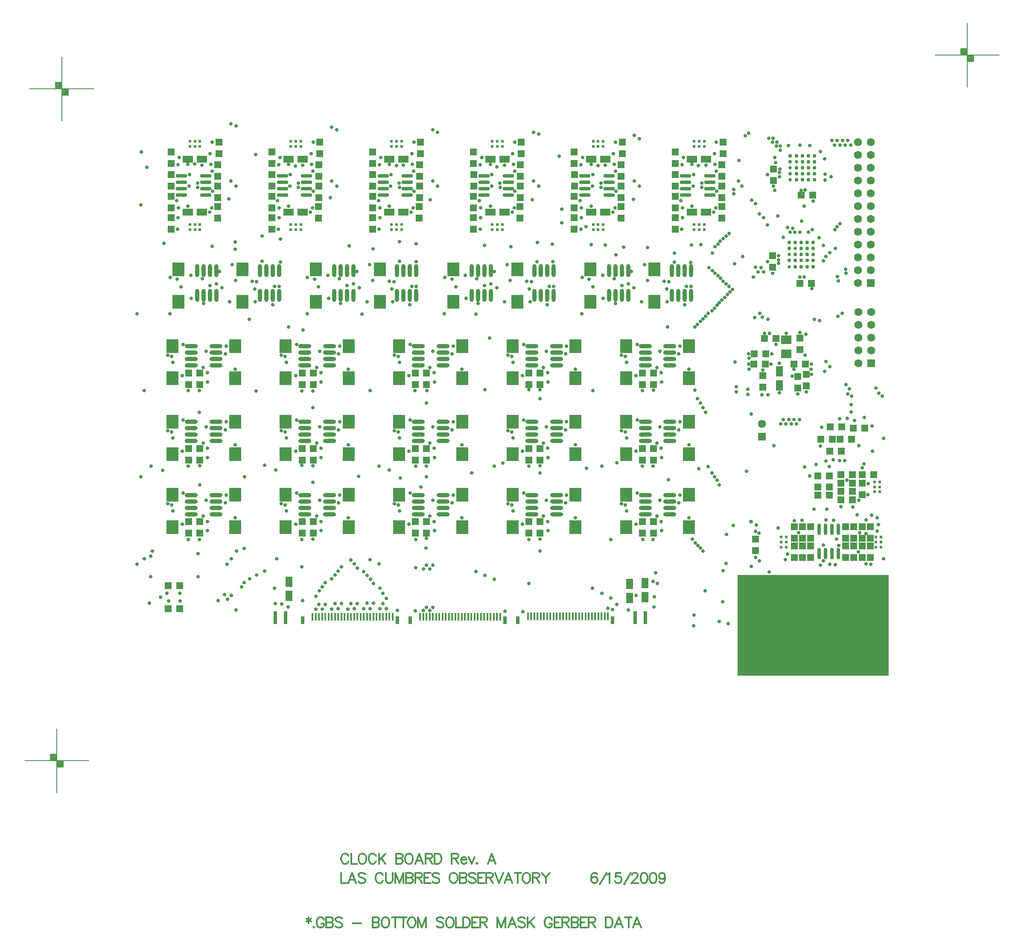
<source format=gbs>
%FSLAX23Y23*%
%MOIN*%
G70*
G01*
G75*
G04 Layer_Color=16711935*
%ADD10C,0.005*%
%ADD11C,0.040*%
%ADD12R,0.085X0.138*%
%ADD13R,0.085X0.043*%
%ADD14R,0.085X0.043*%
%ADD15R,0.060X0.086*%
%ADD16R,0.035X0.037*%
%ADD17R,0.035X0.037*%
%ADD18R,0.050X0.050*%
%ADD19O,0.098X0.028*%
%ADD20R,0.135X0.070*%
%ADD21R,0.228X0.228*%
%ADD22O,0.008X0.033*%
%ADD23O,0.033X0.008*%
%ADD24R,0.070X0.135*%
%ADD25R,0.138X0.085*%
%ADD26R,0.043X0.085*%
%ADD27R,0.043X0.085*%
%ADD28R,0.031X0.060*%
%ADD29R,0.014X0.060*%
%ADD30R,0.030X0.100*%
%ADD31R,0.050X0.050*%
%ADD32R,0.048X0.078*%
%ADD33R,0.100X0.100*%
%ADD34O,0.010X0.061*%
%ADD35O,0.061X0.010*%
%ADD36O,0.024X0.087*%
%ADD37R,0.045X0.017*%
%ADD38R,0.028X0.036*%
%ADD39R,0.036X0.036*%
%ADD40R,0.087X0.024*%
%ADD41C,0.020*%
%ADD42C,0.010*%
%ADD43C,0.012*%
%ADD44R,1.181X0.787*%
%ADD45C,0.008*%
%ADD46C,0.012*%
%ADD47C,0.012*%
%ADD48C,0.236*%
%ADD49C,0.050*%
%ADD50C,0.020*%
%ADD51C,0.026*%
%ADD52R,0.059X0.059*%
%ADD53C,0.059*%
%ADD54C,0.024*%
%ADD55C,0.040*%
%ADD56C,0.030*%
%ADD57C,0.033*%
%ADD58C,0.055*%
G04:AMPARAMS|DCode=59|XSize=70mil|YSize=70mil|CornerRadius=0mil|HoleSize=0mil|Usage=FLASHONLY|Rotation=0.000|XOffset=0mil|YOffset=0mil|HoleType=Round|Shape=Relief|Width=10mil|Gap=10mil|Entries=4|*
%AMTHD59*
7,0,0,0.070,0.050,0.010,45*
%
%ADD59THD59*%
%ADD60C,0.007*%
%ADD61C,0.045*%
G04:AMPARAMS|DCode=62|XSize=95.433mil|YSize=95.433mil|CornerRadius=0mil|HoleSize=0mil|Usage=FLASHONLY|Rotation=0.000|XOffset=0mil|YOffset=0mil|HoleType=Round|Shape=Relief|Width=10mil|Gap=10mil|Entries=4|*
%AMTHD62*
7,0,0,0.095,0.075,0.010,45*
%
%ADD62THD62*%
%ADD63R,0.094X0.102*%
%ADD64O,0.087X0.024*%
%ADD65R,0.078X0.048*%
%ADD66O,0.028X0.098*%
%ADD67R,0.075X0.063*%
%ADD68R,1.181X0.787*%
%ADD69C,0.010*%
%ADD70C,0.010*%
%ADD71C,0.024*%
%ADD72C,0.008*%
%ADD73C,0.006*%
%ADD74R,0.240X0.165*%
%ADD75R,0.020X0.082*%
%ADD76C,0.030*%
%ADD77R,1.181X0.787*%
%ADD78C,0.080*%
%ADD79C,0.120*%
%ADD80R,0.089X0.142*%
%ADD81R,0.089X0.047*%
%ADD82R,0.089X0.047*%
%ADD83R,0.064X0.090*%
%ADD84R,0.039X0.041*%
%ADD85R,0.039X0.041*%
%ADD86R,0.054X0.054*%
%ADD87O,0.102X0.032*%
%ADD88R,0.139X0.074*%
%ADD89R,0.232X0.232*%
%ADD90O,0.012X0.037*%
%ADD91O,0.037X0.012*%
%ADD92R,0.074X0.139*%
%ADD93R,0.142X0.089*%
%ADD94R,0.047X0.089*%
%ADD95R,0.047X0.089*%
%ADD96R,0.054X0.054*%
%ADD97R,0.052X0.082*%
%ADD98R,0.104X0.104*%
%ADD99O,0.014X0.065*%
%ADD100O,0.065X0.014*%
%ADD101O,0.028X0.091*%
%ADD102R,0.049X0.021*%
%ADD103R,0.032X0.040*%
%ADD104R,0.040X0.040*%
%ADD105R,0.091X0.028*%
%ADD106C,0.240*%
%ADD107C,0.054*%
%ADD108C,0.030*%
%ADD109R,0.063X0.063*%
%ADD110C,0.063*%
%ADD111C,0.028*%
%ADD112R,0.098X0.106*%
%ADD113O,0.091X0.028*%
%ADD114R,0.082X0.052*%
%ADD115O,0.032X0.102*%
%ADD116R,0.079X0.067*%
D28*
X11630Y10261D02*
D03*
X12370D02*
D03*
X12470D02*
D03*
X13210D02*
D03*
X13310D02*
D03*
X14050D02*
D03*
D29*
X11732Y10288D02*
D03*
X11757D02*
D03*
X11782D02*
D03*
X11807D02*
D03*
X11832D02*
D03*
X11857D02*
D03*
X11882D02*
D03*
X11907D02*
D03*
X11932D02*
D03*
X11957D02*
D03*
X11982D02*
D03*
X12007D02*
D03*
X12032D02*
D03*
X12057D02*
D03*
X12082D02*
D03*
X12107D02*
D03*
X12132D02*
D03*
X12157D02*
D03*
X12182D02*
D03*
X12207D02*
D03*
X12232D02*
D03*
X12257D02*
D03*
X12282D02*
D03*
X12307D02*
D03*
X12547D02*
D03*
X12572D02*
D03*
X12597D02*
D03*
X12622D02*
D03*
X12647D02*
D03*
X12672D02*
D03*
X12697D02*
D03*
X12722D02*
D03*
X12747D02*
D03*
X12772D02*
D03*
X12797D02*
D03*
X12822D02*
D03*
X12847D02*
D03*
X12872D02*
D03*
X12897D02*
D03*
X12922D02*
D03*
X12947D02*
D03*
X12972D02*
D03*
X12997D02*
D03*
X13022D02*
D03*
X13047D02*
D03*
X13072D02*
D03*
X13097D02*
D03*
X13122D02*
D03*
X13147D02*
D03*
X13172D02*
D03*
X13388Y10289D02*
D03*
X13413D02*
D03*
X13438D02*
D03*
X13463D02*
D03*
X13488D02*
D03*
X13513D02*
D03*
X13538D02*
D03*
X13563D02*
D03*
X13588D02*
D03*
X13613D02*
D03*
X13638D02*
D03*
X13663D02*
D03*
X13688D02*
D03*
X13713D02*
D03*
X13738D02*
D03*
X13763D02*
D03*
X13788D02*
D03*
X13813D02*
D03*
X13838D02*
D03*
X13863D02*
D03*
X13888D02*
D03*
X13913D02*
D03*
X13938D02*
D03*
X13963D02*
D03*
X13988D02*
D03*
X14013D02*
D03*
X11707Y10288D02*
D03*
X12332D02*
D03*
D30*
X11416Y10279D02*
D03*
X11495D02*
D03*
X14226Y10279D02*
D03*
X14305D02*
D03*
D43*
X11677Y7940D02*
Y7895D01*
X11658Y7929D02*
X11696Y7906D01*
Y7929D02*
X11658Y7906D01*
X11717Y7868D02*
X11713Y7864D01*
X11717Y7860D01*
X11720Y7864D01*
X11717Y7868D01*
X11795Y7921D02*
X11791Y7929D01*
X11784Y7937D01*
X11776Y7940D01*
X11761D01*
X11753Y7937D01*
X11745Y7929D01*
X11742Y7921D01*
X11738Y7910D01*
Y7891D01*
X11742Y7880D01*
X11745Y7872D01*
X11753Y7864D01*
X11761Y7860D01*
X11776D01*
X11784Y7864D01*
X11791Y7872D01*
X11795Y7880D01*
Y7891D01*
X11776D02*
X11795D01*
X11813Y7940D02*
Y7860D01*
Y7940D02*
X11848D01*
X11859Y7937D01*
X11863Y7933D01*
X11867Y7925D01*
Y7918D01*
X11863Y7910D01*
X11859Y7906D01*
X11848Y7902D01*
X11813D02*
X11848D01*
X11859Y7899D01*
X11863Y7895D01*
X11867Y7887D01*
Y7876D01*
X11863Y7868D01*
X11859Y7864D01*
X11848Y7860D01*
X11813D01*
X11938Y7929D02*
X11930Y7937D01*
X11919Y7940D01*
X11904D01*
X11892Y7937D01*
X11885Y7929D01*
Y7921D01*
X11888Y7914D01*
X11892Y7910D01*
X11900Y7906D01*
X11923Y7899D01*
X11930Y7895D01*
X11934Y7891D01*
X11938Y7883D01*
Y7872D01*
X11930Y7864D01*
X11919Y7860D01*
X11904D01*
X11892Y7864D01*
X11885Y7872D01*
X12019Y7895D02*
X12087D01*
X12174Y7940D02*
Y7860D01*
Y7940D02*
X12208D01*
X12219Y7937D01*
X12223Y7933D01*
X12227Y7925D01*
Y7918D01*
X12223Y7910D01*
X12219Y7906D01*
X12208Y7902D01*
X12174D02*
X12208D01*
X12219Y7899D01*
X12223Y7895D01*
X12227Y7887D01*
Y7876D01*
X12223Y7868D01*
X12219Y7864D01*
X12208Y7860D01*
X12174D01*
X12268Y7940D02*
X12260Y7937D01*
X12252Y7929D01*
X12249Y7921D01*
X12245Y7910D01*
Y7891D01*
X12249Y7880D01*
X12252Y7872D01*
X12260Y7864D01*
X12268Y7860D01*
X12283D01*
X12291Y7864D01*
X12298Y7872D01*
X12302Y7880D01*
X12306Y7891D01*
Y7910D01*
X12302Y7921D01*
X12298Y7929D01*
X12291Y7937D01*
X12283Y7940D01*
X12268D01*
X12351D02*
Y7860D01*
X12324Y7940D02*
X12378D01*
X12414D02*
Y7860D01*
X12387Y7940D02*
X12441D01*
X12473D02*
X12465Y7937D01*
X12458Y7929D01*
X12454Y7921D01*
X12450Y7910D01*
Y7891D01*
X12454Y7880D01*
X12458Y7872D01*
X12465Y7864D01*
X12473Y7860D01*
X12488D01*
X12496Y7864D01*
X12503Y7872D01*
X12507Y7880D01*
X12511Y7891D01*
Y7910D01*
X12507Y7921D01*
X12503Y7929D01*
X12496Y7937D01*
X12488Y7940D01*
X12473D01*
X12530D02*
Y7860D01*
Y7940D02*
X12560Y7860D01*
X12591Y7940D02*
X12560Y7860D01*
X12591Y7940D02*
Y7860D01*
X12730Y7929D02*
X12722Y7937D01*
X12711Y7940D01*
X12695D01*
X12684Y7937D01*
X12676Y7929D01*
Y7921D01*
X12680Y7914D01*
X12684Y7910D01*
X12692Y7906D01*
X12714Y7899D01*
X12722Y7895D01*
X12726Y7891D01*
X12730Y7883D01*
Y7872D01*
X12722Y7864D01*
X12711Y7860D01*
X12695D01*
X12684Y7864D01*
X12676Y7872D01*
X12770Y7940D02*
X12763Y7937D01*
X12755Y7929D01*
X12751Y7921D01*
X12748Y7910D01*
Y7891D01*
X12751Y7880D01*
X12755Y7872D01*
X12763Y7864D01*
X12770Y7860D01*
X12786D01*
X12793Y7864D01*
X12801Y7872D01*
X12805Y7880D01*
X12808Y7891D01*
Y7910D01*
X12805Y7921D01*
X12801Y7929D01*
X12793Y7937D01*
X12786Y7940D01*
X12770D01*
X12827D02*
Y7860D01*
X12873D01*
X12882Y7940D02*
Y7860D01*
Y7940D02*
X12908D01*
X12920Y7937D01*
X12927Y7929D01*
X12931Y7921D01*
X12935Y7910D01*
Y7891D01*
X12931Y7880D01*
X12927Y7872D01*
X12920Y7864D01*
X12908Y7860D01*
X12882D01*
X13002Y7940D02*
X12953D01*
Y7860D01*
X13002D01*
X12953Y7902D02*
X12983D01*
X13016Y7940D02*
Y7860D01*
Y7940D02*
X13050D01*
X13061Y7937D01*
X13065Y7933D01*
X13069Y7925D01*
Y7918D01*
X13065Y7910D01*
X13061Y7906D01*
X13050Y7902D01*
X13016D01*
X13042D02*
X13069Y7860D01*
X13150Y7940D02*
Y7860D01*
Y7940D02*
X13180Y7860D01*
X13211Y7940D02*
X13180Y7860D01*
X13211Y7940D02*
Y7860D01*
X13294D02*
X13264Y7940D01*
X13234Y7860D01*
X13245Y7887D02*
X13283D01*
X13366Y7929D02*
X13359Y7937D01*
X13347Y7940D01*
X13332D01*
X13321Y7937D01*
X13313Y7929D01*
Y7921D01*
X13317Y7914D01*
X13321Y7910D01*
X13328Y7906D01*
X13351Y7899D01*
X13359Y7895D01*
X13363Y7891D01*
X13366Y7883D01*
Y7872D01*
X13359Y7864D01*
X13347Y7860D01*
X13332D01*
X13321Y7864D01*
X13313Y7872D01*
X13384Y7940D02*
Y7860D01*
X13438Y7940D02*
X13384Y7887D01*
X13403Y7906D02*
X13438Y7860D01*
X13576Y7921D02*
X13572Y7929D01*
X13564Y7937D01*
X13557Y7940D01*
X13541D01*
X13534Y7937D01*
X13526Y7929D01*
X13522Y7921D01*
X13518Y7910D01*
Y7891D01*
X13522Y7880D01*
X13526Y7872D01*
X13534Y7864D01*
X13541Y7860D01*
X13557D01*
X13564Y7864D01*
X13572Y7872D01*
X13576Y7880D01*
Y7891D01*
X13557D02*
X13576D01*
X13643Y7940D02*
X13594D01*
Y7860D01*
X13643D01*
X13594Y7902D02*
X13624D01*
X13657Y7940D02*
Y7860D01*
Y7940D02*
X13691D01*
X13702Y7937D01*
X13706Y7933D01*
X13710Y7925D01*
Y7918D01*
X13706Y7910D01*
X13702Y7906D01*
X13691Y7902D01*
X13657D01*
X13683D02*
X13710Y7860D01*
X13728Y7940D02*
Y7860D01*
Y7940D02*
X13762D01*
X13774Y7937D01*
X13777Y7933D01*
X13781Y7925D01*
Y7918D01*
X13777Y7910D01*
X13774Y7906D01*
X13762Y7902D01*
X13728D02*
X13762D01*
X13774Y7899D01*
X13777Y7895D01*
X13781Y7887D01*
Y7876D01*
X13777Y7868D01*
X13774Y7864D01*
X13762Y7860D01*
X13728D01*
X13849Y7940D02*
X13799D01*
Y7860D01*
X13849D01*
X13799Y7902D02*
X13830D01*
X13862Y7940D02*
Y7860D01*
Y7940D02*
X13896D01*
X13908Y7937D01*
X13911Y7933D01*
X13915Y7925D01*
Y7918D01*
X13911Y7910D01*
X13908Y7906D01*
X13896Y7902D01*
X13862D01*
X13889D02*
X13915Y7860D01*
X13996Y7940D02*
Y7860D01*
Y7940D02*
X14023D01*
X14034Y7937D01*
X14042Y7929D01*
X14046Y7921D01*
X14049Y7910D01*
Y7891D01*
X14046Y7880D01*
X14042Y7872D01*
X14034Y7864D01*
X14023Y7860D01*
X13996D01*
X14128D02*
X14098Y7940D01*
X14067Y7860D01*
X14079Y7887D02*
X14117D01*
X14174Y7940D02*
Y7860D01*
X14147Y7940D02*
X14200D01*
X14271Y7860D02*
X14240Y7940D01*
X14210Y7860D01*
X14221Y7887D02*
X14259D01*
D45*
X9498Y14412D02*
X9998D01*
X9748Y14162D02*
Y14662D01*
X9698Y14412D02*
Y14462D01*
X9748D01*
X9798Y14362D02*
Y14412D01*
X9748Y14362D02*
X9798D01*
X9753Y14407D02*
X9793D01*
Y14367D02*
Y14407D01*
X9753Y14367D02*
X9793D01*
X9753D02*
Y14407D01*
X9758Y14402D02*
X9788D01*
Y14372D02*
Y14402D01*
X9758Y14372D02*
X9788D01*
X9758D02*
Y14397D01*
X9763D02*
X9783D01*
Y14377D02*
Y14397D01*
X9763Y14377D02*
X9783D01*
X9763D02*
Y14392D01*
X9768D02*
X9778D01*
Y14382D02*
Y14392D01*
X9768Y14382D02*
X9778D01*
X9768D02*
Y14392D01*
Y14387D02*
X9778D01*
X9703Y14457D02*
X9743D01*
Y14417D02*
Y14457D01*
X9703Y14417D02*
X9743D01*
X9703D02*
Y14457D01*
X9708Y14452D02*
X9738D01*
Y14422D02*
Y14452D01*
X9708Y14422D02*
X9738D01*
X9708D02*
Y14447D01*
X9713D02*
X9733D01*
Y14427D02*
Y14447D01*
X9713Y14427D02*
X9733D01*
X9713D02*
Y14442D01*
X9718D02*
X9728D01*
Y14432D02*
Y14442D01*
X9718Y14432D02*
X9728D01*
X9718D02*
Y14442D01*
Y14437D02*
X9728D01*
X9680Y9190D02*
X9690D01*
X9680Y9185D02*
Y9195D01*
Y9185D02*
X9690D01*
Y9195D01*
X9680D02*
X9690D01*
X9675Y9180D02*
Y9195D01*
Y9180D02*
X9695D01*
Y9200D01*
X9675D02*
X9695D01*
X9670Y9175D02*
Y9200D01*
Y9175D02*
X9700D01*
Y9205D01*
X9670D02*
X9700D01*
X9665Y9170D02*
Y9210D01*
Y9170D02*
X9705D01*
Y9210D01*
X9665D02*
X9705D01*
X9730Y9140D02*
X9740D01*
X9730Y9135D02*
Y9145D01*
Y9135D02*
X9740D01*
Y9145D01*
X9730D02*
X9740D01*
X9725Y9130D02*
Y9145D01*
Y9130D02*
X9745D01*
Y9150D01*
X9725D02*
X9745D01*
X9720Y9125D02*
Y9150D01*
Y9125D02*
X9750D01*
Y9155D01*
X9720D02*
X9750D01*
X9715Y9120D02*
Y9160D01*
Y9120D02*
X9755D01*
Y9160D01*
X9715D02*
X9755D01*
X9710Y9115D02*
X9760D01*
Y9165D01*
X9660Y9215D02*
X9710D01*
X9660Y9165D02*
Y9215D01*
X9710Y8915D02*
Y9415D01*
X9460Y9165D02*
X9960D01*
X16790Y14700D02*
X16800D01*
X16790Y14695D02*
Y14705D01*
Y14695D02*
X16800D01*
Y14705D01*
X16790D02*
X16800D01*
X16785Y14690D02*
Y14705D01*
Y14690D02*
X16805D01*
Y14710D01*
X16785D02*
X16805D01*
X16780Y14685D02*
Y14710D01*
Y14685D02*
X16810D01*
Y14715D01*
X16780D02*
X16810D01*
X16775Y14680D02*
Y14720D01*
Y14680D02*
X16815D01*
Y14720D01*
X16775D02*
X16815D01*
X16840Y14650D02*
X16850D01*
X16840Y14645D02*
Y14655D01*
Y14645D02*
X16850D01*
Y14655D01*
X16840D02*
X16850D01*
X16835Y14640D02*
Y14655D01*
Y14640D02*
X16855D01*
Y14660D01*
X16835D02*
X16855D01*
X16830Y14635D02*
Y14660D01*
Y14635D02*
X16860D01*
Y14665D01*
X16830D02*
X16860D01*
X16825Y14630D02*
Y14670D01*
Y14630D02*
X16865D01*
Y14670D01*
X16825D02*
X16865D01*
X16820Y14625D02*
X16870D01*
Y14675D01*
X16770Y14725D02*
X16820D01*
X16770Y14675D02*
Y14725D01*
X16820Y14425D02*
Y14925D01*
X16570Y14675D02*
X17070D01*
D46*
X11987Y8419D02*
X11984Y8427D01*
X11976Y8434D01*
X11968Y8438D01*
X11953D01*
X11946Y8434D01*
X11938Y8427D01*
X11934Y8419D01*
X11930Y8408D01*
Y8389D01*
X11934Y8377D01*
X11938Y8370D01*
X11946Y8362D01*
X11953Y8358D01*
X11968D01*
X11976Y8362D01*
X11984Y8370D01*
X11987Y8377D01*
X12010Y8438D02*
Y8358D01*
X12056D01*
X12087Y8438D02*
X12080Y8434D01*
X12072Y8427D01*
X12068Y8419D01*
X12064Y8408D01*
Y8389D01*
X12068Y8377D01*
X12072Y8370D01*
X12080Y8362D01*
X12087Y8358D01*
X12102D01*
X12110Y8362D01*
X12118Y8370D01*
X12121Y8377D01*
X12125Y8389D01*
Y8408D01*
X12121Y8419D01*
X12118Y8427D01*
X12110Y8434D01*
X12102Y8438D01*
X12087D01*
X12201Y8419D02*
X12197Y8427D01*
X12190Y8434D01*
X12182Y8438D01*
X12167D01*
X12159Y8434D01*
X12152Y8427D01*
X12148Y8419D01*
X12144Y8408D01*
Y8389D01*
X12148Y8377D01*
X12152Y8370D01*
X12159Y8362D01*
X12167Y8358D01*
X12182D01*
X12190Y8362D01*
X12197Y8370D01*
X12201Y8377D01*
X12224Y8438D02*
Y8358D01*
X12277Y8438D02*
X12224Y8385D01*
X12243Y8404D02*
X12277Y8358D01*
X12358Y8438D02*
Y8358D01*
Y8438D02*
X12392D01*
X12403Y8434D01*
X12407Y8430D01*
X12411Y8423D01*
Y8415D01*
X12407Y8408D01*
X12403Y8404D01*
X12392Y8400D01*
X12358D02*
X12392D01*
X12403Y8396D01*
X12407Y8392D01*
X12411Y8385D01*
Y8373D01*
X12407Y8366D01*
X12403Y8362D01*
X12392Y8358D01*
X12358D01*
X12452Y8438D02*
X12444Y8434D01*
X12436Y8427D01*
X12433Y8419D01*
X12429Y8408D01*
Y8389D01*
X12433Y8377D01*
X12436Y8370D01*
X12444Y8362D01*
X12452Y8358D01*
X12467D01*
X12475Y8362D01*
X12482Y8370D01*
X12486Y8377D01*
X12490Y8389D01*
Y8408D01*
X12486Y8419D01*
X12482Y8427D01*
X12475Y8434D01*
X12467Y8438D01*
X12452D01*
X12569Y8358D02*
X12539Y8438D01*
X12508Y8358D01*
X12520Y8385D02*
X12558D01*
X12588Y8438D02*
Y8358D01*
Y8438D02*
X12622D01*
X12634Y8434D01*
X12638Y8430D01*
X12641Y8423D01*
Y8415D01*
X12638Y8408D01*
X12634Y8404D01*
X12622Y8400D01*
X12588D01*
X12615D02*
X12641Y8358D01*
X12659Y8438D02*
Y8358D01*
Y8438D02*
X12686D01*
X12697Y8434D01*
X12705Y8427D01*
X12709Y8419D01*
X12713Y8408D01*
Y8389D01*
X12709Y8377D01*
X12705Y8370D01*
X12697Y8362D01*
X12686Y8358D01*
X12659D01*
X12793Y8438D02*
Y8358D01*
Y8438D02*
X12828D01*
X12839Y8434D01*
X12843Y8430D01*
X12847Y8423D01*
Y8415D01*
X12843Y8408D01*
X12839Y8404D01*
X12828Y8400D01*
X12793D01*
X12820D02*
X12847Y8358D01*
X12865Y8389D02*
X12910D01*
Y8396D01*
X12906Y8404D01*
X12903Y8408D01*
X12895Y8411D01*
X12884D01*
X12876Y8408D01*
X12868Y8400D01*
X12865Y8389D01*
Y8381D01*
X12868Y8370D01*
X12876Y8362D01*
X12884Y8358D01*
X12895D01*
X12903Y8362D01*
X12910Y8370D01*
X12927Y8411D02*
X12950Y8358D01*
X12973Y8411D02*
X12950Y8358D01*
X12990Y8366D02*
X12986Y8362D01*
X12990Y8358D01*
X12994Y8362D01*
X12990Y8366D01*
X13135Y8358D02*
X13105Y8438D01*
X13074Y8358D01*
X13085Y8385D02*
X13124D01*
D47*
X11930Y8288D02*
Y8208D01*
X11976D01*
X12046D02*
X12015Y8288D01*
X11985Y8208D01*
X11996Y8235D02*
X12034D01*
X12118Y8277D02*
X12110Y8284D01*
X12099Y8288D01*
X12083D01*
X12072Y8284D01*
X12064Y8277D01*
Y8269D01*
X12068Y8261D01*
X12072Y8258D01*
X12080Y8254D01*
X12102Y8246D01*
X12110Y8242D01*
X12114Y8239D01*
X12118Y8231D01*
Y8220D01*
X12110Y8212D01*
X12099Y8208D01*
X12083D01*
X12072Y8212D01*
X12064Y8220D01*
X12256Y8269D02*
X12252Y8277D01*
X12244Y8284D01*
X12237Y8288D01*
X12221D01*
X12214Y8284D01*
X12206Y8277D01*
X12202Y8269D01*
X12198Y8258D01*
Y8239D01*
X12202Y8227D01*
X12206Y8220D01*
X12214Y8212D01*
X12221Y8208D01*
X12237D01*
X12244Y8212D01*
X12252Y8220D01*
X12256Y8227D01*
X12278Y8288D02*
Y8231D01*
X12282Y8220D01*
X12289Y8212D01*
X12301Y8208D01*
X12309D01*
X12320Y8212D01*
X12328Y8220D01*
X12331Y8231D01*
Y8288D01*
X12353D02*
Y8208D01*
Y8288D02*
X12384Y8208D01*
X12414Y8288D02*
X12384Y8208D01*
X12414Y8288D02*
Y8208D01*
X12437Y8288D02*
Y8208D01*
Y8288D02*
X12472D01*
X12483Y8284D01*
X12487Y8280D01*
X12491Y8273D01*
Y8265D01*
X12487Y8258D01*
X12483Y8254D01*
X12472Y8250D01*
X12437D02*
X12472D01*
X12483Y8246D01*
X12487Y8242D01*
X12491Y8235D01*
Y8223D01*
X12487Y8216D01*
X12483Y8212D01*
X12472Y8208D01*
X12437D01*
X12508Y8288D02*
Y8208D01*
Y8288D02*
X12543D01*
X12554Y8284D01*
X12558Y8280D01*
X12562Y8273D01*
Y8265D01*
X12558Y8258D01*
X12554Y8254D01*
X12543Y8250D01*
X12508D01*
X12535D02*
X12562Y8208D01*
X12629Y8288D02*
X12580D01*
Y8208D01*
X12629D01*
X12580Y8250D02*
X12610D01*
X12696Y8277D02*
X12688Y8284D01*
X12677Y8288D01*
X12662D01*
X12650Y8284D01*
X12643Y8277D01*
Y8269D01*
X12646Y8261D01*
X12650Y8258D01*
X12658Y8254D01*
X12681Y8246D01*
X12688Y8242D01*
X12692Y8239D01*
X12696Y8231D01*
Y8220D01*
X12688Y8212D01*
X12677Y8208D01*
X12662D01*
X12650Y8212D01*
X12643Y8220D01*
X12799Y8288D02*
X12792Y8284D01*
X12784Y8277D01*
X12780Y8269D01*
X12777Y8258D01*
Y8239D01*
X12780Y8227D01*
X12784Y8220D01*
X12792Y8212D01*
X12799Y8208D01*
X12815D01*
X12822Y8212D01*
X12830Y8220D01*
X12834Y8227D01*
X12838Y8239D01*
Y8258D01*
X12834Y8269D01*
X12830Y8277D01*
X12822Y8284D01*
X12815Y8288D01*
X12799D01*
X12856D02*
Y8208D01*
Y8288D02*
X12890D01*
X12902Y8284D01*
X12906Y8280D01*
X12910Y8273D01*
Y8265D01*
X12906Y8258D01*
X12902Y8254D01*
X12890Y8250D01*
X12856D02*
X12890D01*
X12902Y8246D01*
X12906Y8242D01*
X12910Y8235D01*
Y8223D01*
X12906Y8216D01*
X12902Y8212D01*
X12890Y8208D01*
X12856D01*
X12981Y8277D02*
X12973Y8284D01*
X12962Y8288D01*
X12946D01*
X12935Y8284D01*
X12927Y8277D01*
Y8269D01*
X12931Y8261D01*
X12935Y8258D01*
X12943Y8254D01*
X12966Y8246D01*
X12973Y8242D01*
X12977Y8239D01*
X12981Y8231D01*
Y8220D01*
X12973Y8212D01*
X12962Y8208D01*
X12946D01*
X12935Y8212D01*
X12927Y8220D01*
X13048Y8288D02*
X12999D01*
Y8208D01*
X13048D01*
X12999Y8250D02*
X13029D01*
X13061Y8288D02*
Y8208D01*
Y8288D02*
X13096D01*
X13107Y8284D01*
X13111Y8280D01*
X13115Y8273D01*
Y8265D01*
X13111Y8258D01*
X13107Y8254D01*
X13096Y8250D01*
X13061D01*
X13088D02*
X13115Y8208D01*
X13133Y8288D02*
X13163Y8208D01*
X13194Y8288D02*
X13163Y8208D01*
X13265D02*
X13234Y8288D01*
X13204Y8208D01*
X13215Y8235D02*
X13253D01*
X13310Y8288D02*
Y8208D01*
X13284Y8288D02*
X13337D01*
X13369D02*
X13362Y8284D01*
X13354Y8277D01*
X13350Y8269D01*
X13346Y8258D01*
Y8239D01*
X13350Y8227D01*
X13354Y8220D01*
X13362Y8212D01*
X13369Y8208D01*
X13384D01*
X13392Y8212D01*
X13400Y8220D01*
X13404Y8227D01*
X13407Y8239D01*
Y8258D01*
X13404Y8269D01*
X13400Y8277D01*
X13392Y8284D01*
X13384Y8288D01*
X13369D01*
X13426D02*
Y8208D01*
Y8288D02*
X13460D01*
X13472Y8284D01*
X13475Y8280D01*
X13479Y8273D01*
Y8265D01*
X13475Y8258D01*
X13472Y8254D01*
X13460Y8250D01*
X13426D01*
X13453D02*
X13479Y8208D01*
X13497Y8288D02*
X13528Y8250D01*
Y8208D01*
X13558Y8288D02*
X13528Y8250D01*
X13928Y8277D02*
X13925Y8284D01*
X13913Y8288D01*
X13905D01*
X13894Y8284D01*
X13886Y8273D01*
X13883Y8254D01*
Y8235D01*
X13886Y8220D01*
X13894Y8212D01*
X13905Y8208D01*
X13909D01*
X13921Y8212D01*
X13928Y8220D01*
X13932Y8231D01*
Y8235D01*
X13928Y8246D01*
X13921Y8254D01*
X13909Y8258D01*
X13905D01*
X13894Y8254D01*
X13886Y8246D01*
X13883Y8235D01*
X13950Y8197D02*
X14003Y8288D01*
X14008Y8273D02*
X14016Y8277D01*
X14027Y8288D01*
Y8208D01*
X14113Y8288D02*
X14075D01*
X14071Y8254D01*
X14075Y8258D01*
X14086Y8261D01*
X14097D01*
X14109Y8258D01*
X14116Y8250D01*
X14120Y8239D01*
Y8231D01*
X14116Y8220D01*
X14109Y8212D01*
X14097Y8208D01*
X14086D01*
X14075Y8212D01*
X14071Y8216D01*
X14067Y8223D01*
X14138Y8197D02*
X14192Y8288D01*
X14201Y8269D02*
Y8273D01*
X14204Y8280D01*
X14208Y8284D01*
X14216Y8288D01*
X14231D01*
X14239Y8284D01*
X14243Y8280D01*
X14246Y8273D01*
Y8265D01*
X14243Y8258D01*
X14235Y8246D01*
X14197Y8208D01*
X14250D01*
X14291Y8288D02*
X14280Y8284D01*
X14272Y8273D01*
X14268Y8254D01*
Y8242D01*
X14272Y8223D01*
X14280Y8212D01*
X14291Y8208D01*
X14299D01*
X14310Y8212D01*
X14318Y8223D01*
X14321Y8242D01*
Y8254D01*
X14318Y8273D01*
X14310Y8284D01*
X14299Y8288D01*
X14291D01*
X14362D02*
X14351Y8284D01*
X14343Y8273D01*
X14339Y8254D01*
Y8242D01*
X14343Y8223D01*
X14351Y8212D01*
X14362Y8208D01*
X14370D01*
X14381Y8212D01*
X14389Y8223D01*
X14393Y8242D01*
Y8254D01*
X14389Y8273D01*
X14381Y8284D01*
X14370Y8288D01*
X14362D01*
X14460Y8261D02*
X14456Y8250D01*
X14449Y8242D01*
X14437Y8239D01*
X14433D01*
X14422Y8242D01*
X14414Y8250D01*
X14411Y8261D01*
Y8265D01*
X14414Y8277D01*
X14422Y8284D01*
X14433Y8288D01*
X14437D01*
X14449Y8284D01*
X14456Y8277D01*
X14460Y8261D01*
Y8242D01*
X14456Y8223D01*
X14449Y8212D01*
X14437Y8208D01*
X14430D01*
X14418Y8212D01*
X14414Y8220D01*
D51*
X15437Y13699D02*
D03*
Y13793D02*
D03*
X15485Y13840D02*
D03*
X15428Y13022D02*
D03*
Y13116D02*
D03*
X15476Y13164D02*
D03*
D54*
X15366Y10830D02*
D03*
Y10869D02*
D03*
Y10909D02*
D03*
X15405D02*
D03*
Y10869D02*
D03*
Y10830D02*
D03*
X14685Y13999D02*
D03*
X14725D02*
D03*
X14764D02*
D03*
Y13960D02*
D03*
X14725D02*
D03*
X14685D02*
D03*
X16096Y11342D02*
D03*
Y11302D02*
D03*
Y11263D02*
D03*
X16136D02*
D03*
Y11302D02*
D03*
Y11342D02*
D03*
X16107Y10909D02*
D03*
Y10869D02*
D03*
Y10830D02*
D03*
X16146D02*
D03*
Y10869D02*
D03*
Y10909D02*
D03*
X10827Y13349D02*
D03*
X10788D02*
D03*
X10748D02*
D03*
Y13310D02*
D03*
X10788D02*
D03*
X10827D02*
D03*
X10748Y13960D02*
D03*
X10788D02*
D03*
X10827D02*
D03*
Y13999D02*
D03*
X10788D02*
D03*
X10748D02*
D03*
X11614Y13349D02*
D03*
X11575D02*
D03*
X11536D02*
D03*
Y13310D02*
D03*
X11575D02*
D03*
X11614D02*
D03*
X11536Y13960D02*
D03*
X11575D02*
D03*
X11614D02*
D03*
Y13999D02*
D03*
X11575D02*
D03*
X11536D02*
D03*
X12402Y13349D02*
D03*
X12362D02*
D03*
X12323D02*
D03*
Y13310D02*
D03*
X12362D02*
D03*
X12402D02*
D03*
X12323Y13960D02*
D03*
X12362D02*
D03*
X12402D02*
D03*
Y13999D02*
D03*
X12362D02*
D03*
X12323D02*
D03*
X13189Y13349D02*
D03*
X13150D02*
D03*
X13110D02*
D03*
Y13310D02*
D03*
X13150D02*
D03*
X13189D02*
D03*
X13110Y13960D02*
D03*
X13150D02*
D03*
X13189D02*
D03*
Y13999D02*
D03*
X13150D02*
D03*
X13110D02*
D03*
X13977Y13349D02*
D03*
X13937D02*
D03*
X13898D02*
D03*
Y13310D02*
D03*
X13937D02*
D03*
X13977D02*
D03*
X13898Y13960D02*
D03*
X13937D02*
D03*
X13977D02*
D03*
Y13999D02*
D03*
X13937D02*
D03*
X13898D02*
D03*
X14764Y13349D02*
D03*
X14725D02*
D03*
X14685D02*
D03*
Y13310D02*
D03*
X14725D02*
D03*
X14764D02*
D03*
D77*
X15616Y10220D02*
D03*
D86*
X15533Y10749D02*
D03*
Y10839D02*
D03*
X15597Y10989D02*
D03*
Y10899D02*
D03*
X15597Y10749D02*
D03*
Y10839D02*
D03*
X15533Y10989D02*
D03*
Y10899D02*
D03*
X15468Y10839D02*
D03*
Y10749D02*
D03*
X15998Y10839D02*
D03*
Y10749D02*
D03*
X10825Y11511D02*
D03*
Y11601D02*
D03*
X10739D02*
D03*
Y11511D02*
D03*
X11711Y10941D02*
D03*
Y11031D02*
D03*
X11624D02*
D03*
Y10941D02*
D03*
X10825D02*
D03*
Y11031D02*
D03*
X10739D02*
D03*
Y10941D02*
D03*
X14369Y11511D02*
D03*
Y11601D02*
D03*
X14282D02*
D03*
Y11511D02*
D03*
X13483D02*
D03*
Y11601D02*
D03*
X13396D02*
D03*
Y11511D02*
D03*
X14369Y10941D02*
D03*
Y11031D02*
D03*
X14282D02*
D03*
Y10941D02*
D03*
X13396Y12192D02*
D03*
Y12102D02*
D03*
X13483D02*
D03*
Y12192D02*
D03*
X12510D02*
D03*
Y12102D02*
D03*
X12597D02*
D03*
Y12192D02*
D03*
X10739D02*
D03*
Y12102D02*
D03*
X10825D02*
D03*
Y12192D02*
D03*
X13750Y13572D02*
D03*
Y13482D02*
D03*
X14116Y13728D02*
D03*
Y13818D02*
D03*
X14114Y13399D02*
D03*
Y13489D02*
D03*
X13750Y13826D02*
D03*
Y13916D02*
D03*
X14116Y13560D02*
D03*
Y13650D02*
D03*
X13750Y13404D02*
D03*
Y13314D02*
D03*
X13752Y13739D02*
D03*
Y13649D02*
D03*
X14124Y13995D02*
D03*
Y13905D02*
D03*
X12963Y13572D02*
D03*
Y13482D02*
D03*
X13328Y13728D02*
D03*
Y13818D02*
D03*
X13327Y13399D02*
D03*
Y13489D02*
D03*
X12963Y13826D02*
D03*
Y13916D02*
D03*
X13328Y13560D02*
D03*
Y13650D02*
D03*
X12963Y13404D02*
D03*
Y13314D02*
D03*
X12964Y13739D02*
D03*
Y13649D02*
D03*
X13337Y13995D02*
D03*
Y13905D02*
D03*
X12175Y13572D02*
D03*
Y13482D02*
D03*
X12541Y13728D02*
D03*
Y13818D02*
D03*
X12540Y13399D02*
D03*
Y13489D02*
D03*
X12175Y13826D02*
D03*
Y13916D02*
D03*
X12541Y13560D02*
D03*
Y13650D02*
D03*
X12175Y13404D02*
D03*
Y13314D02*
D03*
X12177Y13739D02*
D03*
Y13649D02*
D03*
X12549Y13995D02*
D03*
Y13905D02*
D03*
X11388Y13572D02*
D03*
Y13482D02*
D03*
X11754Y13728D02*
D03*
Y13818D02*
D03*
X11752Y13399D02*
D03*
Y13489D02*
D03*
X11388Y13826D02*
D03*
Y13916D02*
D03*
X11754Y13560D02*
D03*
Y13650D02*
D03*
X11388Y13404D02*
D03*
Y13314D02*
D03*
X11389Y13739D02*
D03*
Y13649D02*
D03*
X11762Y13995D02*
D03*
Y13905D02*
D03*
X10601Y13572D02*
D03*
Y13482D02*
D03*
X10966Y13728D02*
D03*
Y13818D02*
D03*
X10965Y13399D02*
D03*
Y13489D02*
D03*
X10601Y13826D02*
D03*
Y13916D02*
D03*
X10966Y13560D02*
D03*
Y13650D02*
D03*
X10601Y13404D02*
D03*
Y13314D02*
D03*
X10602Y13739D02*
D03*
Y13649D02*
D03*
X10975Y13995D02*
D03*
Y13905D02*
D03*
X14912D02*
D03*
Y13995D02*
D03*
X14538Y13404D02*
D03*
Y13314D02*
D03*
X14903Y13560D02*
D03*
Y13650D02*
D03*
X14902Y13399D02*
D03*
Y13489D02*
D03*
X14538Y13916D02*
D03*
Y13826D02*
D03*
X14539Y13739D02*
D03*
Y13649D02*
D03*
X14538Y13482D02*
D03*
Y13572D02*
D03*
X14903Y13818D02*
D03*
Y13728D02*
D03*
X12597Y11031D02*
D03*
Y10941D02*
D03*
X12510D02*
D03*
Y11031D02*
D03*
X13483D02*
D03*
Y10941D02*
D03*
X13396D02*
D03*
Y11031D02*
D03*
X11711Y11601D02*
D03*
Y11511D02*
D03*
X11624D02*
D03*
Y11601D02*
D03*
X12597Y11601D02*
D03*
Y11511D02*
D03*
X12510D02*
D03*
Y11601D02*
D03*
X14282Y12102D02*
D03*
Y12192D02*
D03*
X14369D02*
D03*
Y12102D02*
D03*
X11624D02*
D03*
Y12192D02*
D03*
X11711D02*
D03*
Y12102D02*
D03*
X15868Y10899D02*
D03*
Y10989D02*
D03*
X15933D02*
D03*
Y10899D02*
D03*
X15998Y10899D02*
D03*
Y10989D02*
D03*
X16063Y10989D02*
D03*
Y10899D02*
D03*
X15868Y10749D02*
D03*
Y10839D02*
D03*
X16063Y10839D02*
D03*
Y10749D02*
D03*
X15933Y10839D02*
D03*
Y10749D02*
D03*
X15468Y10899D02*
D03*
Y10989D02*
D03*
X15165Y10805D02*
D03*
Y10895D02*
D03*
X15221Y12170D02*
D03*
Y12080D02*
D03*
X15496Y12165D02*
D03*
Y12075D02*
D03*
X15561Y12090D02*
D03*
Y12180D02*
D03*
X15511Y12375D02*
D03*
Y12465D02*
D03*
X15998Y11332D02*
D03*
Y11242D02*
D03*
X15298Y13107D02*
D03*
Y13017D02*
D03*
X15307Y13784D02*
D03*
Y13694D02*
D03*
D87*
X10760Y11659D02*
D03*
Y11709D02*
D03*
Y11759D02*
D03*
Y11809D02*
D03*
X10953Y11659D02*
D03*
Y11709D02*
D03*
Y11759D02*
D03*
Y11809D02*
D03*
X11646Y11088D02*
D03*
Y11138D02*
D03*
Y11188D02*
D03*
Y11238D02*
D03*
X11839Y11088D02*
D03*
Y11138D02*
D03*
Y11188D02*
D03*
Y11238D02*
D03*
X10760Y11088D02*
D03*
Y11138D02*
D03*
Y11188D02*
D03*
Y11238D02*
D03*
X10953Y11088D02*
D03*
Y11138D02*
D03*
Y11188D02*
D03*
Y11238D02*
D03*
X14304Y11659D02*
D03*
Y11709D02*
D03*
Y11759D02*
D03*
Y11809D02*
D03*
X14496Y11659D02*
D03*
Y11709D02*
D03*
Y11759D02*
D03*
Y11809D02*
D03*
X13418Y11659D02*
D03*
Y11709D02*
D03*
Y11759D02*
D03*
Y11809D02*
D03*
X13611Y11659D02*
D03*
Y11709D02*
D03*
Y11759D02*
D03*
Y11809D02*
D03*
X14304Y11088D02*
D03*
Y11138D02*
D03*
Y11188D02*
D03*
Y11238D02*
D03*
X14496Y11088D02*
D03*
Y11138D02*
D03*
Y11188D02*
D03*
Y11238D02*
D03*
X13418Y12249D02*
D03*
Y12299D02*
D03*
Y12349D02*
D03*
Y12399D02*
D03*
X13611Y12249D02*
D03*
Y12299D02*
D03*
Y12349D02*
D03*
Y12399D02*
D03*
X12532Y12249D02*
D03*
Y12299D02*
D03*
Y12349D02*
D03*
Y12399D02*
D03*
X12725Y12249D02*
D03*
Y12299D02*
D03*
Y12349D02*
D03*
Y12399D02*
D03*
X10760Y12249D02*
D03*
Y12299D02*
D03*
Y12349D02*
D03*
Y12399D02*
D03*
X10953Y12249D02*
D03*
Y12299D02*
D03*
Y12349D02*
D03*
Y12399D02*
D03*
X12725Y11238D02*
D03*
Y11188D02*
D03*
Y11138D02*
D03*
Y11088D02*
D03*
X12532Y11238D02*
D03*
Y11188D02*
D03*
Y11138D02*
D03*
Y11088D02*
D03*
X13611Y11238D02*
D03*
Y11188D02*
D03*
Y11138D02*
D03*
Y11088D02*
D03*
X13418Y11238D02*
D03*
Y11188D02*
D03*
Y11138D02*
D03*
Y11088D02*
D03*
X11839Y11809D02*
D03*
Y11759D02*
D03*
Y11709D02*
D03*
Y11659D02*
D03*
X11646Y11809D02*
D03*
Y11759D02*
D03*
Y11709D02*
D03*
Y11659D02*
D03*
X12725Y11809D02*
D03*
Y11759D02*
D03*
Y11709D02*
D03*
Y11659D02*
D03*
X12532Y11809D02*
D03*
Y11759D02*
D03*
Y11709D02*
D03*
Y11659D02*
D03*
X14496Y12399D02*
D03*
Y12349D02*
D03*
Y12299D02*
D03*
Y12249D02*
D03*
X14304Y12399D02*
D03*
Y12349D02*
D03*
Y12299D02*
D03*
Y12249D02*
D03*
X11839Y12399D02*
D03*
Y12349D02*
D03*
Y12299D02*
D03*
Y12249D02*
D03*
X11646Y12399D02*
D03*
Y12349D02*
D03*
Y12299D02*
D03*
Y12249D02*
D03*
D96*
X15840Y11770D02*
D03*
X15750D02*
D03*
X15835Y11580D02*
D03*
X15745D02*
D03*
X15915Y11675D02*
D03*
X15825D02*
D03*
X15675Y11675D02*
D03*
X15765D02*
D03*
X16020Y11760D02*
D03*
X15930D02*
D03*
X15833Y11397D02*
D03*
X15923D02*
D03*
X15833Y11332D02*
D03*
X15923D02*
D03*
X15833Y11267D02*
D03*
X15923D02*
D03*
X15923Y11202D02*
D03*
X15833D02*
D03*
X15743Y11387D02*
D03*
X15653D02*
D03*
X10580Y10350D02*
D03*
X10670D02*
D03*
X10670Y10530D02*
D03*
X10580D02*
D03*
X15653Y11302D02*
D03*
X15743D02*
D03*
X15653Y11237D02*
D03*
X15743D02*
D03*
X16088Y11397D02*
D03*
X15998D02*
D03*
X15246Y12340D02*
D03*
X15156D02*
D03*
X15466Y12260D02*
D03*
X15556D02*
D03*
X15241Y12260D02*
D03*
X15151D02*
D03*
X15326Y12460D02*
D03*
X15236D02*
D03*
X15513Y12892D02*
D03*
X15603D02*
D03*
X15522Y13579D02*
D03*
X15612D02*
D03*
D97*
X14301Y10440D02*
D03*
Y10550D02*
D03*
X14181Y10435D02*
D03*
Y10545D02*
D03*
X11521Y10560D02*
D03*
Y10450D02*
D03*
X15351Y12095D02*
D03*
Y12205D02*
D03*
D101*
X15813Y10780D02*
D03*
X15763D02*
D03*
X15713D02*
D03*
X15663D02*
D03*
X15813Y10969D02*
D03*
X15763D02*
D03*
X15713D02*
D03*
X15663D02*
D03*
D106*
X16010Y10220D02*
D03*
X15223D02*
D03*
D107*
X15144Y9905D02*
D03*
X15301D02*
D03*
X15459D02*
D03*
X15616D02*
D03*
X15774D02*
D03*
X15931D02*
D03*
X16089D02*
D03*
Y10062D02*
D03*
X15931D02*
D03*
X15774D02*
D03*
X15616D02*
D03*
X15459D02*
D03*
X15301D02*
D03*
X15144D02*
D03*
X15774Y10220D02*
D03*
X15616D02*
D03*
X15459D02*
D03*
X16089Y10377D02*
D03*
X15931D02*
D03*
X15774D02*
D03*
X15616D02*
D03*
X15459D02*
D03*
X15301D02*
D03*
X15144D02*
D03*
X16089Y10534D02*
D03*
X15931D02*
D03*
X15774D02*
D03*
X15616D02*
D03*
X15459D02*
D03*
X15301D02*
D03*
X15144D02*
D03*
D108*
X15485Y13699D02*
D03*
X15532D02*
D03*
X15579D02*
D03*
X15626D02*
D03*
Y13746D02*
D03*
X15579D02*
D03*
X15532D02*
D03*
X15485D02*
D03*
X15437D02*
D03*
X15626Y13793D02*
D03*
X15579D02*
D03*
X15532D02*
D03*
X15485D02*
D03*
X15626Y13840D02*
D03*
X15579D02*
D03*
X15532D02*
D03*
X15437D02*
D03*
X15626Y13887D02*
D03*
X15579D02*
D03*
X15532D02*
D03*
X15485D02*
D03*
X15437D02*
D03*
X15476Y13022D02*
D03*
X15523D02*
D03*
X15570D02*
D03*
X15617D02*
D03*
Y13069D02*
D03*
X15570D02*
D03*
X15523D02*
D03*
X15476D02*
D03*
X15428D02*
D03*
X15617Y13116D02*
D03*
X15570D02*
D03*
X15523D02*
D03*
X15476D02*
D03*
X15617Y13164D02*
D03*
X15570D02*
D03*
X15523D02*
D03*
X15428D02*
D03*
X15617Y13211D02*
D03*
X15570D02*
D03*
X15523D02*
D03*
X15476D02*
D03*
X15428D02*
D03*
D109*
X16069Y12267D02*
D03*
X16066Y12895D02*
D03*
X15214Y11695D02*
D03*
D110*
X15969Y12267D02*
D03*
X16069Y12367D02*
D03*
X15969D02*
D03*
X16069Y12467D02*
D03*
X15969D02*
D03*
X16069Y12567D02*
D03*
X15969D02*
D03*
X16069Y12667D02*
D03*
X15969D02*
D03*
X15966Y13995D02*
D03*
X16066D02*
D03*
X15966Y13895D02*
D03*
X16066D02*
D03*
X15966Y13795D02*
D03*
X16066D02*
D03*
X15966Y13695D02*
D03*
X16066D02*
D03*
X15966Y13595D02*
D03*
X16066D02*
D03*
X15966Y13495D02*
D03*
X16066D02*
D03*
X15966Y13395D02*
D03*
X16066D02*
D03*
X15966Y13295D02*
D03*
X16066D02*
D03*
X15966Y13195D02*
D03*
X16066D02*
D03*
X15966Y13095D02*
D03*
X16066D02*
D03*
X15966Y12995D02*
D03*
X16066D02*
D03*
X15966Y12895D02*
D03*
X15214Y11795D02*
D03*
D111*
X14384Y10631D02*
D03*
X10454Y10802D02*
D03*
X15261Y12609D02*
D03*
X15626D02*
D03*
X15705Y12204D02*
D03*
X15638Y11477D02*
D03*
X15623Y11127D02*
D03*
X15723D02*
D03*
X15788Y13165D02*
D03*
X15610Y13310D02*
D03*
X15787Y13309D02*
D03*
X15456Y13320D02*
D03*
X15801Y13335D02*
D03*
X15415Y13326D02*
D03*
X15824Y13357D02*
D03*
X15870Y13001D02*
D03*
X15871Y12971D02*
D03*
X15807Y12945D02*
D03*
X15811Y12911D02*
D03*
X16046Y11326D02*
D03*
X16012Y11482D02*
D03*
X16030Y11043D02*
D03*
X16115Y11062D02*
D03*
X16071Y11082D02*
D03*
X15960Y11083D02*
D03*
X15969Y10793D02*
D03*
X16125Y11008D02*
D03*
X15172Y11005D02*
D03*
X15502Y10945D02*
D03*
X15343Y10981D02*
D03*
X16167Y11680D02*
D03*
Y10742D02*
D03*
X15398Y10734D02*
D03*
X15197Y10724D02*
D03*
X14939Y10930D02*
D03*
X14937Y10704D02*
D03*
X15193Y10942D02*
D03*
X15272Y10638D02*
D03*
X14911Y10646D02*
D03*
X12572Y10661D02*
D03*
X12597Y10691D02*
D03*
X12622Y10661D02*
D03*
X12647Y10691D02*
D03*
Y10361D02*
D03*
X12622Y10336D02*
D03*
X12597Y10362D02*
D03*
X12572Y10338D02*
D03*
X10336Y10697D02*
D03*
X11039D02*
D03*
X11041Y10423D02*
D03*
X10391Y10741D02*
D03*
X11072Y10740D02*
D03*
Y10455D02*
D03*
X11111Y10802D02*
D03*
X11151Y10521D02*
D03*
X11171Y10820D02*
D03*
Y10555D02*
D03*
X10441Y10760D02*
D03*
X15671Y11620D02*
D03*
Y10690D02*
D03*
X10441Y10600D02*
D03*
X10811Y10780D02*
D03*
X12107Y10639D02*
D03*
X10811Y10600D02*
D03*
X14881Y10250D02*
D03*
X14682Y10218D02*
D03*
X14687Y10302D02*
D03*
X10568Y10470D02*
D03*
X10669Y10469D02*
D03*
X10671Y10409D02*
D03*
X15530Y11042D02*
D03*
X15548Y11457D02*
D03*
X15216Y12020D02*
D03*
X15776Y11042D02*
D03*
X16079Y11581D02*
D03*
X15940Y11819D02*
D03*
X15756Y13725D02*
D03*
X15708Y13697D02*
D03*
X15260Y13059D02*
D03*
X15315Y13616D02*
D03*
X15347Y13047D02*
D03*
X15352Y13725D02*
D03*
X15166Y13016D02*
D03*
X15187Y12982D02*
D03*
X15208Y13015D02*
D03*
X15229Y12982D02*
D03*
X15060Y13650D02*
D03*
X15087Y14045D02*
D03*
X15033Y13689D02*
D03*
X15260Y13346D02*
D03*
X15338Y13418D02*
D03*
X15524Y13378D02*
D03*
X15547Y13495D02*
D03*
X15260Y13739D02*
D03*
X15322Y13834D02*
D03*
X15112Y14064D02*
D03*
X15194Y13434D02*
D03*
X15228Y13404D02*
D03*
X15136Y13540D02*
D03*
X15166Y13513D02*
D03*
X15314Y13875D02*
D03*
X15270Y14025D02*
D03*
X15358Y13932D02*
D03*
X15301Y14023D02*
D03*
X15300Y13993D02*
D03*
X15331Y13993D02*
D03*
X15330Y13963D02*
D03*
X15360Y13964D02*
D03*
X15381Y13250D02*
D03*
X15344Y13075D02*
D03*
X15544Y12940D02*
D03*
X15694Y13186D02*
D03*
X15663Y13247D02*
D03*
X15579Y13290D02*
D03*
X15513D02*
D03*
X15473Y13289D02*
D03*
X15434D02*
D03*
X15353Y13756D02*
D03*
X15552Y13620D02*
D03*
X15710Y13745D02*
D03*
X15706Y13863D02*
D03*
X15672Y13922D02*
D03*
X15588Y13968D02*
D03*
X15512Y13969D02*
D03*
X15423Y13966D02*
D03*
X15908Y13972D02*
D03*
X15866D02*
D03*
X15824D02*
D03*
X15782D02*
D03*
X15887Y14006D02*
D03*
X15845D02*
D03*
X15803D02*
D03*
X15761D02*
D03*
X13254Y13176D02*
D03*
X14323Y13170D02*
D03*
X14739Y13193D02*
D03*
X13050Y13186D02*
D03*
X14137Y13174D02*
D03*
X14667Y13189D02*
D03*
X11102Y13157D02*
D03*
X10922Y13181D02*
D03*
X12178Y13159D02*
D03*
X13993Y13190D02*
D03*
X11992Y13183D02*
D03*
X13881Y13193D02*
D03*
X13088Y12465D02*
D03*
X12551Y11299D02*
D03*
X14485Y11357D02*
D03*
X12950Y11409D02*
D03*
X12393Y11371D02*
D03*
X14479Y12551D02*
D03*
X11520Y12550D02*
D03*
X11632Y12526D02*
D03*
X14082Y11491D02*
D03*
X13192Y11487D02*
D03*
X12306Y11434D02*
D03*
X11420D02*
D03*
X10534Y11430D02*
D03*
X10413Y13798D02*
D03*
X14721Y11443D02*
D03*
X11176Y11380D02*
D03*
X12064Y11384D02*
D03*
X13846Y11446D02*
D03*
X10365Y11380D02*
D03*
X10364Y13505D02*
D03*
X14532Y13126D02*
D03*
X13578Y13197D02*
D03*
X13462Y13209D02*
D03*
X14658Y13055D02*
D03*
X14532Y13056D02*
D03*
X13583Y13062D02*
D03*
X13460Y13059D02*
D03*
X12514Y13201D02*
D03*
X12515Y13061D02*
D03*
X12387Y13218D02*
D03*
Y13064D02*
D03*
X11454Y13238D02*
D03*
Y13056D02*
D03*
X11313Y13259D02*
D03*
Y13065D02*
D03*
X12482Y12868D02*
D03*
X12467Y12723D02*
D03*
X11917Y12928D02*
D03*
X11667Y12938D02*
D03*
X12332Y12748D02*
D03*
X12052Y12983D02*
D03*
X12132Y12748D02*
D03*
X11664Y12655D02*
D03*
X12343Y12903D02*
D03*
X11977Y12873D02*
D03*
X11752Y12863D02*
D03*
X12307Y12908D02*
D03*
X12072Y12858D02*
D03*
X11927Y12733D02*
D03*
X12327Y12848D02*
D03*
X12517Y12868D02*
D03*
X12153Y13036D02*
D03*
X11827Y12953D02*
D03*
X12177Y12913D02*
D03*
X12027Y12888D02*
D03*
X11832Y12773D02*
D03*
X11722Y12923D02*
D03*
X13554Y12868D02*
D03*
X13539Y12723D02*
D03*
X12989Y12928D02*
D03*
X12739Y12938D02*
D03*
X13404Y12748D02*
D03*
X13124Y12983D02*
D03*
X13204Y12748D02*
D03*
X12737Y12655D02*
D03*
X13415Y12903D02*
D03*
X13049Y12873D02*
D03*
X12824Y12863D02*
D03*
X13379Y12908D02*
D03*
X13144Y12858D02*
D03*
X12999Y12733D02*
D03*
X13399Y12848D02*
D03*
X13589Y12868D02*
D03*
X13226Y13036D02*
D03*
X12899Y12953D02*
D03*
X13249Y12913D02*
D03*
X13099Y12888D02*
D03*
X12904Y12773D02*
D03*
X12794Y12923D02*
D03*
X14062Y12928D02*
D03*
X13812Y12938D02*
D03*
X14477Y12748D02*
D03*
X14197Y12983D02*
D03*
X14277Y12748D02*
D03*
X13810Y12655D02*
D03*
X14488Y12903D02*
D03*
X14122Y12873D02*
D03*
X13897Y12863D02*
D03*
X14452Y12908D02*
D03*
X14217Y12858D02*
D03*
X14072Y12733D02*
D03*
X14472Y12848D02*
D03*
X14299Y13036D02*
D03*
X13972Y12953D02*
D03*
X14322Y12913D02*
D03*
X14172Y12888D02*
D03*
X13977Y12773D02*
D03*
X13867Y12923D02*
D03*
X11080Y13036D02*
D03*
X14367Y10892D02*
D03*
X13481Y10799D02*
D03*
X13482Y10894D02*
D03*
X12593Y10823D02*
D03*
X12596Y10899D02*
D03*
X11710Y10895D02*
D03*
X10823Y10891D02*
D03*
X14367Y11465D02*
D03*
X13482Y11412D02*
D03*
X13483Y11467D02*
D03*
X12597Y11381D02*
D03*
Y11463D02*
D03*
X11710Y11338D02*
D03*
X11709Y11467D02*
D03*
X10824Y11318D02*
D03*
X10826Y11466D02*
D03*
X14369Y12056D02*
D03*
X13481Y11989D02*
D03*
X13482Y12060D02*
D03*
X12597Y11957D02*
D03*
X12598Y12053D02*
D03*
X11709Y11921D02*
D03*
X11710Y12050D02*
D03*
X10821Y11885D02*
D03*
X10822Y12053D02*
D03*
X11931Y10677D02*
D03*
X11906Y10645D02*
D03*
X11783Y10522D02*
D03*
X11806Y10555D02*
D03*
X11857Y10584D02*
D03*
X11758Y10490D02*
D03*
X11733Y10447D02*
D03*
X12281Y10429D02*
D03*
X12511Y10670D02*
D03*
X12225Y10702D02*
D03*
X12155Y10734D02*
D03*
X12257Y10471D02*
D03*
X12257Y10392D02*
D03*
X12231Y10509D02*
D03*
X12183Y10547D02*
D03*
X12158Y10579D02*
D03*
X12131Y10611D02*
D03*
X12057Y10668D02*
D03*
X12032Y10701D02*
D03*
X12007Y10732D02*
D03*
X11881Y10614D02*
D03*
X12982Y10640D02*
D03*
X13051Y10612D02*
D03*
X13125Y10579D02*
D03*
X12281Y10350D02*
D03*
X12181Y10395D02*
D03*
X12156Y10350D02*
D03*
X12231D02*
D03*
X12131Y10394D02*
D03*
X13396Y10548D02*
D03*
X13891Y10511D02*
D03*
X11621Y10677D02*
D03*
X14583Y13536D02*
D03*
X14859Y13768D02*
D03*
X14839Y13447D02*
D03*
X14669Y13822D02*
D03*
X14589Y13313D02*
D03*
X14594Y13405D02*
D03*
X14844Y13905D02*
D03*
X14860Y13995D02*
D03*
X14746Y13639D02*
D03*
X14745Y13674D02*
D03*
X14855Y13482D02*
D03*
X14595D02*
D03*
X14849Y13820D02*
D03*
X14603Y13873D02*
D03*
X14678Y13650D02*
D03*
X14591Y13818D02*
D03*
X14669Y13494D02*
D03*
X14862Y13609D02*
D03*
X14780Y13815D02*
D03*
X14681Y13739D02*
D03*
X13795Y13536D02*
D03*
X14072Y13768D02*
D03*
X14051Y13447D02*
D03*
X13882Y13822D02*
D03*
X13801Y13313D02*
D03*
X13806Y13405D02*
D03*
X14057Y13905D02*
D03*
X14073Y13995D02*
D03*
X13959Y13639D02*
D03*
X13958Y13674D02*
D03*
X14068Y13482D02*
D03*
X13807D02*
D03*
X14061Y13820D02*
D03*
X13815Y13873D02*
D03*
X13891Y13650D02*
D03*
X13803Y13818D02*
D03*
X13882Y13494D02*
D03*
X14074Y13609D02*
D03*
X13992Y13815D02*
D03*
X13894Y13739D02*
D03*
X13008Y13536D02*
D03*
X13285Y13768D02*
D03*
X13264Y13447D02*
D03*
X13095Y13822D02*
D03*
X13014Y13313D02*
D03*
X13019Y13405D02*
D03*
X13270Y13905D02*
D03*
X13286Y13995D02*
D03*
X13171Y13639D02*
D03*
X13170Y13674D02*
D03*
X13281Y13482D02*
D03*
X13020D02*
D03*
X13274Y13820D02*
D03*
X13028Y13873D02*
D03*
X13104Y13650D02*
D03*
X13016Y13818D02*
D03*
X13095Y13494D02*
D03*
X13287Y13609D02*
D03*
X13205Y13815D02*
D03*
X13106Y13739D02*
D03*
X11433Y13536D02*
D03*
X11710Y13768D02*
D03*
X11689Y13447D02*
D03*
X11520Y13822D02*
D03*
X11439Y13313D02*
D03*
X11444Y13405D02*
D03*
X11695Y13905D02*
D03*
X11711Y13995D02*
D03*
X11597Y13639D02*
D03*
X11596Y13674D02*
D03*
X11706Y13482D02*
D03*
X11445D02*
D03*
X11699Y13820D02*
D03*
X11453Y13873D02*
D03*
X11529Y13650D02*
D03*
X11441Y13818D02*
D03*
X11520Y13494D02*
D03*
X11712Y13609D02*
D03*
X11630Y13815D02*
D03*
X11532Y13739D02*
D03*
X10646Y13536D02*
D03*
X10922Y13768D02*
D03*
X10902Y13447D02*
D03*
X10732Y13822D02*
D03*
X10652Y13313D02*
D03*
X10657Y13405D02*
D03*
X10907Y13905D02*
D03*
X10923Y13995D02*
D03*
X10809Y13639D02*
D03*
X10808Y13674D02*
D03*
X10918Y13482D02*
D03*
X10658D02*
D03*
X10912Y13820D02*
D03*
X10666Y13873D02*
D03*
X10741Y13650D02*
D03*
X10654Y13818D02*
D03*
X10732Y13494D02*
D03*
X10925Y13609D02*
D03*
X10843Y13815D02*
D03*
X10744Y13739D02*
D03*
X12497Y13768D02*
D03*
X12231Y13405D02*
D03*
X12227Y13313D02*
D03*
X12482Y13905D02*
D03*
X12498Y13995D02*
D03*
X12477Y13447D02*
D03*
X12307Y13822D02*
D03*
X12493Y13482D02*
D03*
X12232D02*
D03*
X12486Y13820D02*
D03*
X12240Y13873D02*
D03*
X12229Y13818D02*
D03*
X12307Y13494D02*
D03*
X12499Y13609D02*
D03*
X12417Y13815D02*
D03*
X12659Y10959D02*
D03*
X12796Y11177D02*
D03*
X12469Y11253D02*
D03*
X12387Y11113D02*
D03*
X12872Y11060D02*
D03*
X12377Y11161D02*
D03*
X12460Y11010D02*
D03*
X12657Y11032D02*
D03*
X12347Y11171D02*
D03*
X12805Y11238D02*
D03*
X12221Y13536D02*
D03*
X12623Y11073D02*
D03*
X12647Y11198D02*
D03*
X12319Y13739D02*
D03*
X12383Y13674D02*
D03*
X12384Y13639D02*
D03*
X12316Y13650D02*
D03*
X12872Y11060D02*
D03*
X14419Y11198D02*
D03*
X14431Y10959D02*
D03*
X14159Y11113D02*
D03*
X14644Y11060D02*
D03*
D03*
X14149Y11161D02*
D03*
X14232Y11010D02*
D03*
X14429Y11032D02*
D03*
X14119Y11171D02*
D03*
X10875Y11769D02*
D03*
X10887Y11530D02*
D03*
X10697Y11824D02*
D03*
X11024Y11748D02*
D03*
X10616Y11684D02*
D03*
X11101Y11631D02*
D03*
D03*
X10606Y11732D02*
D03*
X10852Y11644D02*
D03*
X10688Y11581D02*
D03*
X10885Y11603D02*
D03*
X10575Y11741D02*
D03*
X11033Y11809D02*
D03*
X11761Y11769D02*
D03*
X11773Y11530D02*
D03*
X11583Y11824D02*
D03*
X11910Y11748D02*
D03*
X11501Y11684D02*
D03*
X11987Y11631D02*
D03*
D03*
X11492Y11732D02*
D03*
X11738Y11644D02*
D03*
X11574Y11581D02*
D03*
X11771Y11603D02*
D03*
X11461Y11741D02*
D03*
X11919Y11809D02*
D03*
X11761Y11198D02*
D03*
X11773Y10959D02*
D03*
X11583Y11253D02*
D03*
X11910Y11177D02*
D03*
X11501Y11113D02*
D03*
X11987Y11060D02*
D03*
D03*
X11492Y11161D02*
D03*
X11738Y11073D02*
D03*
X11574Y11010D02*
D03*
X11771Y11032D02*
D03*
X11461Y11171D02*
D03*
X11919Y11238D02*
D03*
X10875Y11198D02*
D03*
X10887Y10959D02*
D03*
X10697Y11253D02*
D03*
X11024Y11177D02*
D03*
X10616Y11113D02*
D03*
X11101Y11060D02*
D03*
D03*
X10606Y11161D02*
D03*
X10852Y11073D02*
D03*
X10688Y11010D02*
D03*
X10885Y11032D02*
D03*
X10575Y11171D02*
D03*
X11033Y11238D02*
D03*
X14419Y11769D02*
D03*
X14431Y11530D02*
D03*
X14241Y11824D02*
D03*
X14567Y11748D02*
D03*
X14159Y11684D02*
D03*
X14644Y11631D02*
D03*
D03*
X14149Y11732D02*
D03*
X14395Y11644D02*
D03*
X14232Y11581D02*
D03*
X14429Y11603D02*
D03*
X14119Y11741D02*
D03*
X14576Y11809D02*
D03*
X13533Y11769D02*
D03*
X13545Y11530D02*
D03*
X13355Y11824D02*
D03*
X13682Y11748D02*
D03*
X13273Y11684D02*
D03*
X13758Y11631D02*
D03*
D03*
X13263Y11732D02*
D03*
X13509Y11644D02*
D03*
X13346Y11581D02*
D03*
X13543Y11603D02*
D03*
X13233Y11741D02*
D03*
X13690Y11809D02*
D03*
X13533Y12360D02*
D03*
X13545Y12120D02*
D03*
X13355Y12415D02*
D03*
X13682Y12339D02*
D03*
X13273Y12275D02*
D03*
X13758Y12222D02*
D03*
D03*
X13263Y12322D02*
D03*
X13509Y12235D02*
D03*
X13346Y12172D02*
D03*
X13543Y12193D02*
D03*
X13233Y12332D02*
D03*
X13690Y12400D02*
D03*
X12647Y12360D02*
D03*
X12659Y12120D02*
D03*
X12469Y12415D02*
D03*
X12796Y12339D02*
D03*
X12387Y12275D02*
D03*
X12872Y12222D02*
D03*
D03*
X12377Y12322D02*
D03*
X12623Y12235D02*
D03*
X12460Y12172D02*
D03*
X12657Y12193D02*
D03*
X12347Y12332D02*
D03*
X12805Y12400D02*
D03*
X14419Y12360D02*
D03*
X14431Y12120D02*
D03*
X14241Y12415D02*
D03*
X14159Y12275D02*
D03*
X14644Y12222D02*
D03*
D03*
X14149Y12322D02*
D03*
X14395Y12235D02*
D03*
X14232Y12172D02*
D03*
X14429Y12193D02*
D03*
X14119Y12332D02*
D03*
X14576Y12400D02*
D03*
X10875Y12360D02*
D03*
X10887Y12120D02*
D03*
X10697Y12415D02*
D03*
X11024Y12339D02*
D03*
X10616Y12275D02*
D03*
X11101Y12222D02*
D03*
D03*
X10606Y12322D02*
D03*
X10852Y12235D02*
D03*
X10688Y12172D02*
D03*
X10885Y12193D02*
D03*
X10575Y12332D02*
D03*
X11033Y12400D02*
D03*
X13545Y10959D02*
D03*
X13355Y11253D02*
D03*
X13682Y11177D02*
D03*
X13273Y11113D02*
D03*
X13758Y11060D02*
D03*
D03*
X13263Y11161D02*
D03*
X13509Y11073D02*
D03*
X13346Y11010D02*
D03*
X13543Y11032D02*
D03*
X13233Y11171D02*
D03*
X12647Y11769D02*
D03*
X12659Y11530D02*
D03*
X12469Y11824D02*
D03*
X12796Y11748D02*
D03*
X12387Y11684D02*
D03*
X12872Y11631D02*
D03*
D03*
X12377Y11732D02*
D03*
X12623Y11644D02*
D03*
X12460Y11581D02*
D03*
X12657Y11603D02*
D03*
X12347Y11741D02*
D03*
X12805Y11809D02*
D03*
X11761Y12360D02*
D03*
X11773Y12120D02*
D03*
X11583Y12415D02*
D03*
X11910Y12339D02*
D03*
X11501Y12275D02*
D03*
X11987Y12222D02*
D03*
D03*
X11492Y12322D02*
D03*
X11738Y12235D02*
D03*
X11574Y12172D02*
D03*
X11771Y12193D02*
D03*
X11461Y12332D02*
D03*
X11919Y12400D02*
D03*
X11444Y12868D02*
D03*
X10979Y12983D02*
D03*
X11259Y12748D02*
D03*
X11254Y12848D02*
D03*
X11059Y12748D02*
D03*
X10954Y12888D02*
D03*
X11104Y12913D02*
D03*
X10754Y12953D02*
D03*
X10649Y12923D02*
D03*
X10759Y12773D02*
D03*
X11270Y12903D02*
D03*
X10679Y12863D02*
D03*
X10904Y12873D02*
D03*
X11234Y12908D02*
D03*
X10999Y12858D02*
D03*
X10854Y12733D02*
D03*
X10844Y12928D02*
D03*
X11394Y12723D02*
D03*
X11409Y12868D02*
D03*
X10594Y12938D02*
D03*
X10591Y12655D02*
D03*
X10336D02*
D03*
X10736Y12055D02*
D03*
X10391D02*
D03*
X10736Y11465D02*
D03*
X10446D02*
D03*
X10736Y10890D02*
D03*
X11211Y12610D02*
D03*
X11621Y12050D02*
D03*
X11266D02*
D03*
X11621Y11470D02*
D03*
X11331D02*
D03*
X11621Y10890D02*
D03*
X12091Y12650D02*
D03*
X12506Y12055D02*
D03*
X12156D02*
D03*
X12511Y11465D02*
D03*
X12226D02*
D03*
X12511Y10890D02*
D03*
X12981Y12650D02*
D03*
X13396Y12060D02*
D03*
X13051D02*
D03*
X13396Y11465D02*
D03*
X13126D02*
D03*
X13396Y10890D02*
D03*
X14281Y12055D02*
D03*
X13896D02*
D03*
X14281Y11465D02*
D03*
X13966D02*
D03*
X14286Y10890D02*
D03*
X14036D02*
D03*
X12106Y10350D02*
D03*
X12031D02*
D03*
X11907Y10349D02*
D03*
X11982Y10346D02*
D03*
X11857Y10348D02*
D03*
X11783D02*
D03*
X11733Y10346D02*
D03*
X11757Y10383D02*
D03*
X11807Y10385D02*
D03*
X11881Y10389D02*
D03*
X12007Y10391D02*
D03*
X11931Y10390D02*
D03*
X12056D02*
D03*
X12257Y10392D02*
D03*
X11214Y10583D02*
D03*
X11269Y10614D02*
D03*
X11331Y10645D02*
D03*
X11516Y10365D02*
D03*
X14371D02*
D03*
X14171Y10340D02*
D03*
X14376Y10445D02*
D03*
X14036Y10433D02*
D03*
X14241Y11253D02*
D03*
X14395Y11073D02*
D03*
X13533Y11198D02*
D03*
X13690Y11238D02*
D03*
X14567Y11177D02*
D03*
X14576Y11238D02*
D03*
X14011Y10355D02*
D03*
X14081Y10385D02*
D03*
X14771Y10490D02*
D03*
X13964Y10471D02*
D03*
X15111Y12260D02*
D03*
Y12340D02*
D03*
X15291D02*
D03*
X15286Y12260D02*
D03*
X15221Y12215D02*
D03*
X15351Y12036D02*
D03*
X15494Y12026D02*
D03*
X15562Y12045D02*
D03*
X15262Y12022D02*
D03*
X15602Y12181D02*
D03*
X15453Y12166D02*
D03*
X15465Y12219D02*
D03*
X15602Y12260D02*
D03*
X15553Y12330D02*
D03*
X15326Y12415D02*
D03*
X15237Y12502D02*
D03*
X15277Y12501D02*
D03*
X15351Y12267D02*
D03*
X15116Y12306D02*
D03*
X15599Y12220D02*
D03*
X15560Y12493D02*
D03*
X14951Y10235D02*
D03*
X15717Y11503D02*
D03*
X15822Y11833D02*
D03*
X15772Y11513D02*
D03*
X15822Y11508D02*
D03*
X15862D02*
D03*
X16077Y11778D02*
D03*
X15972Y11623D02*
D03*
X15682Y11768D02*
D03*
X15882Y11838D02*
D03*
X16017Y11843D02*
D03*
X15979Y10943D02*
D03*
X15694Y10848D02*
D03*
X15789Y10693D02*
D03*
X15414Y10778D02*
D03*
X15814Y10843D02*
D03*
X15694Y10723D02*
D03*
X16029Y10938D02*
D03*
X16114Y10958D02*
D03*
X16064Y10698D02*
D03*
X15969Y10793D02*
D03*
X16029Y10701D02*
D03*
X15744Y10698D02*
D03*
X15714Y11043D02*
D03*
X15800Y10894D02*
D03*
X15469Y11038D02*
D03*
X15833Y11147D02*
D03*
X15973Y11197D02*
D03*
X15743Y11462D02*
D03*
X15998Y11452D02*
D03*
X16043Y11242D02*
D03*
X15878Y11354D02*
D03*
X16029Y10701D02*
D03*
X11110Y10341D02*
D03*
X10969Y10415D02*
D03*
X11020Y10462D02*
D03*
X10520Y10440D02*
D03*
X10431Y10393D02*
D03*
X15165Y10955D02*
D03*
X15166Y10749D02*
D03*
X15133Y10680D02*
D03*
X15130Y11030D02*
D03*
X15346Y13106D02*
D03*
X15299Y12970D02*
D03*
X15512Y12940D02*
D03*
X15604Y12849D02*
D03*
X15356Y13784D02*
D03*
X15307Y13650D02*
D03*
X15521Y13618D02*
D03*
X15615Y13534D02*
D03*
X14567Y12339D02*
D03*
X15407Y12501D02*
D03*
X15513Y12508D02*
D03*
X11108Y13651D02*
D03*
X11069Y13690D02*
D03*
X11068Y14136D02*
D03*
X11108Y14121D02*
D03*
X11896Y13651D02*
D03*
X11857Y13690D02*
D03*
X12683Y13651D02*
D03*
X12644Y13690D02*
D03*
X13471Y13650D02*
D03*
X13432Y13689D02*
D03*
X14258Y13650D02*
D03*
X14219Y13689D02*
D03*
X11857Y14110D02*
D03*
X11896Y14089D02*
D03*
X12644Y14092D02*
D03*
X12683Y14069D02*
D03*
X13433Y14070D02*
D03*
X13471Y14058D02*
D03*
X14219Y14047D02*
D03*
X14258Y14021D02*
D03*
X13652Y13469D02*
D03*
Y13363D02*
D03*
X13843Y13335D02*
D03*
X14627Y12868D02*
D03*
X14612Y12723D02*
D03*
X14662Y12868D02*
D03*
X14691Y12551D02*
D03*
X14713Y12572D02*
D03*
X14735Y12593D02*
D03*
X14757Y12614D02*
D03*
X14776Y12635D02*
D03*
X14824Y12677D02*
D03*
X14829Y12992D02*
D03*
X14803Y13013D02*
D03*
X14829Y13126D02*
D03*
X14850Y13177D02*
D03*
X14871Y13198D02*
D03*
X14890Y13219D02*
D03*
X14913Y13240D02*
D03*
X14935Y13261D02*
D03*
X14959Y13282D02*
D03*
X14691Y12056D02*
D03*
X14713Y11989D02*
D03*
X14735Y11957D02*
D03*
X14757Y11922D02*
D03*
X14776Y11885D02*
D03*
X14882Y11318D02*
D03*
X14865Y11355D02*
D03*
X14846Y11380D02*
D03*
X14824Y11412D02*
D03*
X14797Y11460D02*
D03*
X14673Y10893D02*
D03*
X14694Y10863D02*
D03*
X14715Y10844D02*
D03*
X14735Y10823D02*
D03*
X14755Y10799D02*
D03*
X15508Y11827D02*
D03*
X15487Y11795D02*
D03*
X15466Y11827D02*
D03*
X15445Y11795D02*
D03*
X15424Y11827D02*
D03*
X15403Y11795D02*
D03*
X15382Y11827D02*
D03*
X15361Y11795D02*
D03*
X14850Y12971D02*
D03*
X14934Y12887D02*
D03*
X14924Y12782D02*
D03*
X14797Y12656D02*
D03*
X14864Y12720D02*
D03*
X14846Y12698D02*
D03*
X14883Y12742D02*
D03*
X14903Y12762D02*
D03*
X14960Y12866D02*
D03*
X14912Y12908D02*
D03*
X14871Y12950D02*
D03*
X14891Y12929D02*
D03*
X14944Y12803D02*
D03*
X14992Y11002D02*
D03*
X15004Y12277D02*
D03*
X15003Y13044D02*
D03*
X15117Y12220D02*
D03*
X14985Y12845D02*
D03*
X14965Y12824D02*
D03*
X15015Y12083D02*
D03*
X15014Y12043D02*
D03*
X15106Y12063D02*
D03*
X15915Y12009D02*
D03*
X15887Y12027D02*
D03*
X15886D02*
D03*
X15872Y12100D02*
D03*
X15107Y12024D02*
D03*
X15900Y12068D02*
D03*
X16154Y12011D02*
D03*
X16130Y12035D02*
D03*
X16069Y12367D02*
D03*
X16106Y12074D02*
D03*
X15717Y13100D02*
D03*
X15746Y13129D02*
D03*
X15717Y12280D02*
D03*
X15746Y12241D02*
D03*
X15843Y12656D02*
D03*
X15200D02*
D03*
X15809Y12633D02*
D03*
D03*
X15220Y12628D02*
D03*
D03*
X16029Y10938D02*
D03*
X15924Y11144D02*
D03*
X15588Y11387D02*
D03*
X11416Y10391D02*
D03*
X11427Y10742D02*
D03*
X11466Y10388D02*
D03*
X11629Y10415D02*
D03*
X15665Y12601D02*
D03*
X15694Y13068D02*
D03*
X15353Y13756D02*
D03*
D03*
X15299Y12970D02*
D03*
X15160Y12624D02*
D03*
X11410Y10512D02*
D03*
X14908Y10405D02*
D03*
X13144Y13799D02*
D03*
X10786Y13823D02*
D03*
X11571Y13806D02*
D03*
X12362Y13809D02*
D03*
X13934D02*
D03*
X14720Y13810D02*
D03*
X14231Y10455D02*
D03*
X14076Y13115D02*
D03*
X15064Y13100D02*
D03*
Y13101D02*
D03*
X15148Y12940D02*
D03*
X14996Y13589D02*
D03*
X10583Y10412D02*
D03*
X15131Y11030D02*
D03*
Y11869D02*
D03*
X15912Y11943D02*
D03*
Y11886D02*
D03*
X12369Y10336D02*
D03*
X12509Y10335D02*
D03*
X13209Y10331D02*
D03*
X13349Y10327D02*
D03*
X14050Y10343D02*
D03*
X15309Y11623D02*
D03*
X15096Y11425D02*
D03*
X15034Y13850D02*
D03*
X13632Y13885D02*
D03*
X11262Y13897D02*
D03*
X10368Y13918D02*
D03*
X11102Y13213D02*
D03*
X10545Y13204D02*
D03*
X14398Y10547D02*
D03*
X12624Y13543D02*
D03*
X11846Y13559D02*
D03*
X11053Y13549D02*
D03*
X13422Y13543D02*
D03*
X14213Y13548D02*
D03*
Y13547D02*
D03*
X14994Y13624D02*
D03*
X14366Y10564D02*
D03*
D112*
X10611Y11558D02*
D03*
Y11810D02*
D03*
X11103D02*
D03*
Y11558D02*
D03*
X11496Y10987D02*
D03*
Y11239D02*
D03*
X11989D02*
D03*
Y10987D02*
D03*
X10611D02*
D03*
Y11239D02*
D03*
X11103D02*
D03*
Y10987D02*
D03*
X14154Y11558D02*
D03*
Y11810D02*
D03*
X14646D02*
D03*
Y11558D02*
D03*
X13268D02*
D03*
Y11810D02*
D03*
X13760D02*
D03*
Y11558D02*
D03*
X14154Y10987D02*
D03*
Y11239D02*
D03*
X14646D02*
D03*
Y10987D02*
D03*
X13760Y12401D02*
D03*
Y12149D02*
D03*
X12874Y12401D02*
D03*
Y12149D02*
D03*
X12382D02*
D03*
Y12401D02*
D03*
X11103D02*
D03*
Y12149D02*
D03*
X10611D02*
D03*
Y12401D02*
D03*
X12382Y11239D02*
D03*
Y10987D02*
D03*
X12874D02*
D03*
Y11239D02*
D03*
X13268D02*
D03*
Y10987D02*
D03*
X13760D02*
D03*
Y11239D02*
D03*
X11496Y11810D02*
D03*
Y11558D02*
D03*
X11989D02*
D03*
Y11810D02*
D03*
X12382Y11810D02*
D03*
Y11558D02*
D03*
X12874D02*
D03*
Y11810D02*
D03*
X13268Y12401D02*
D03*
Y12149D02*
D03*
X14646D02*
D03*
Y12401D02*
D03*
X14154D02*
D03*
Y12149D02*
D03*
X11989D02*
D03*
Y12401D02*
D03*
X11496D02*
D03*
Y12149D02*
D03*
X12232Y12999D02*
D03*
Y12747D02*
D03*
X11732Y12999D02*
D03*
Y12747D02*
D03*
X13877Y12999D02*
D03*
Y12747D02*
D03*
X14377Y12999D02*
D03*
Y12747D02*
D03*
X12804Y12999D02*
D03*
Y12747D02*
D03*
X13304Y12999D02*
D03*
Y12747D02*
D03*
X10659Y12999D02*
D03*
Y12747D02*
D03*
X11159Y12999D02*
D03*
Y12747D02*
D03*
D113*
X11660Y13730D02*
D03*
Y13680D02*
D03*
Y13630D02*
D03*
Y13580D02*
D03*
X11471Y13730D02*
D03*
Y13680D02*
D03*
Y13630D02*
D03*
Y13580D02*
D03*
X12447Y13730D02*
D03*
Y13680D02*
D03*
Y13630D02*
D03*
Y13580D02*
D03*
X12258Y13730D02*
D03*
Y13680D02*
D03*
Y13630D02*
D03*
Y13580D02*
D03*
X14022Y13730D02*
D03*
Y13680D02*
D03*
Y13630D02*
D03*
Y13580D02*
D03*
X13833Y13730D02*
D03*
Y13680D02*
D03*
Y13630D02*
D03*
Y13580D02*
D03*
X13234Y13730D02*
D03*
Y13680D02*
D03*
Y13630D02*
D03*
Y13580D02*
D03*
X13045Y13730D02*
D03*
Y13680D02*
D03*
Y13630D02*
D03*
Y13580D02*
D03*
X10872Y13730D02*
D03*
Y13680D02*
D03*
Y13630D02*
D03*
Y13580D02*
D03*
X10683Y13730D02*
D03*
Y13680D02*
D03*
Y13630D02*
D03*
Y13580D02*
D03*
X14809Y13730D02*
D03*
Y13680D02*
D03*
Y13630D02*
D03*
Y13580D02*
D03*
X14620Y13730D02*
D03*
Y13680D02*
D03*
Y13630D02*
D03*
Y13580D02*
D03*
D114*
X13882Y13448D02*
D03*
X13992D02*
D03*
X13882Y13861D02*
D03*
X13992D02*
D03*
X13095Y13448D02*
D03*
X13205D02*
D03*
X13095Y13861D02*
D03*
X13205D02*
D03*
X12307Y13448D02*
D03*
X12417D02*
D03*
X12307Y13861D02*
D03*
X12417D02*
D03*
X11520Y13448D02*
D03*
X11630D02*
D03*
X11520Y13861D02*
D03*
X11630D02*
D03*
X10733Y13448D02*
D03*
X10843D02*
D03*
X10733Y13861D02*
D03*
X10843D02*
D03*
X14670D02*
D03*
X14780D02*
D03*
X14670Y13448D02*
D03*
X14780D02*
D03*
D115*
X12027Y12796D02*
D03*
X11977D02*
D03*
X11927D02*
D03*
X11877D02*
D03*
X12027Y12989D02*
D03*
X11977D02*
D03*
X11927D02*
D03*
X11877D02*
D03*
X12517Y12796D02*
D03*
X12467D02*
D03*
X12417D02*
D03*
X12367D02*
D03*
X12517Y12989D02*
D03*
X12467D02*
D03*
X12417D02*
D03*
X12367D02*
D03*
X14172Y12796D02*
D03*
X14122D02*
D03*
X14072D02*
D03*
X14022D02*
D03*
X14172Y12989D02*
D03*
X14122D02*
D03*
X14072D02*
D03*
X14022D02*
D03*
X14662Y12796D02*
D03*
X14612D02*
D03*
X14562D02*
D03*
X14512D02*
D03*
X14662Y12989D02*
D03*
X14612D02*
D03*
X14562D02*
D03*
X14512D02*
D03*
X13099Y12796D02*
D03*
X13049D02*
D03*
X12999D02*
D03*
X12949D02*
D03*
X13099Y12989D02*
D03*
X13049D02*
D03*
X12999D02*
D03*
X12949D02*
D03*
X13589Y12796D02*
D03*
X13539D02*
D03*
X13489D02*
D03*
X13439D02*
D03*
X13589Y12989D02*
D03*
X13539D02*
D03*
X13489D02*
D03*
X13439D02*
D03*
X10954Y12796D02*
D03*
X10904D02*
D03*
X10854D02*
D03*
X10804D02*
D03*
X10954Y12989D02*
D03*
X10904D02*
D03*
X10854D02*
D03*
X10804D02*
D03*
X11444Y12796D02*
D03*
X11394D02*
D03*
X11344D02*
D03*
X11294D02*
D03*
X11444Y12989D02*
D03*
X11394D02*
D03*
X11344D02*
D03*
X11294D02*
D03*
D116*
X15406Y12340D02*
D03*
Y12450D02*
D03*
M02*

</source>
